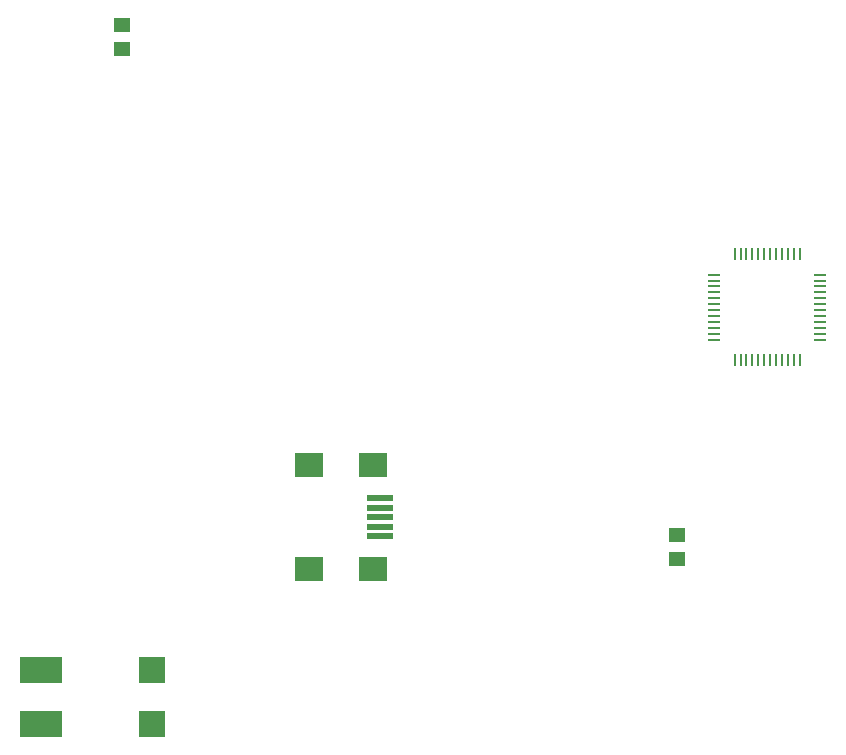
<source format=gbr>
G04 EAGLE Gerber RS-274X export*
G75*
%MOMM*%
%FSLAX34Y34*%
%LPD*%
%INSolderpaste Top*%
%IPPOS*%
%AMOC8*
5,1,8,0,0,1.08239X$1,22.5*%
G01*
%ADD10R,2.400000X2.000000*%
%ADD11R,2.308000X0.500000*%
%ADD12R,0.200000X1.000000*%
%ADD13R,1.000000X0.200000*%
%ADD14R,3.556000X2.184400*%
%ADD15R,2.286000X2.184400*%
%ADD16R,1.400000X1.200000*%


D10*
X314400Y247200D03*
D11*
X320040Y219200D03*
X320040Y211200D03*
X320040Y203200D03*
X320040Y195200D03*
X320040Y187200D03*
D10*
X259400Y247200D03*
X314400Y159200D03*
X259400Y159200D03*
D12*
X620200Y336000D03*
X625200Y336000D03*
X630200Y336000D03*
X635200Y336000D03*
X640200Y336000D03*
X645200Y336000D03*
X650200Y336000D03*
X655200Y336000D03*
X660200Y336000D03*
X665200Y336000D03*
X670200Y336000D03*
X675200Y336000D03*
D13*
X692700Y353500D03*
X692700Y358500D03*
X692700Y363500D03*
X692700Y368500D03*
X692700Y373500D03*
X692700Y378500D03*
X692700Y383500D03*
X692700Y388500D03*
X692700Y393500D03*
X692700Y398500D03*
X692700Y403500D03*
X692700Y408500D03*
D12*
X675200Y426000D03*
X670200Y426000D03*
X665200Y426000D03*
X660200Y426000D03*
X655200Y426000D03*
X650200Y426000D03*
X645200Y426000D03*
X640200Y426000D03*
X635200Y426000D03*
X630200Y426000D03*
X625200Y426000D03*
X620200Y426000D03*
D13*
X602700Y408500D03*
X602700Y403500D03*
X602700Y398500D03*
X602700Y393500D03*
X602700Y388500D03*
X602700Y383500D03*
X602700Y378500D03*
X602700Y373500D03*
X602700Y368500D03*
X602700Y363500D03*
X602700Y358500D03*
X602700Y353500D03*
D14*
X33020Y73660D03*
X33020Y27940D03*
D15*
X127000Y73660D03*
X127000Y27940D03*
D16*
X101600Y599346D03*
X101600Y619854D03*
X571500Y188054D03*
X571500Y167546D03*
M02*

</source>
